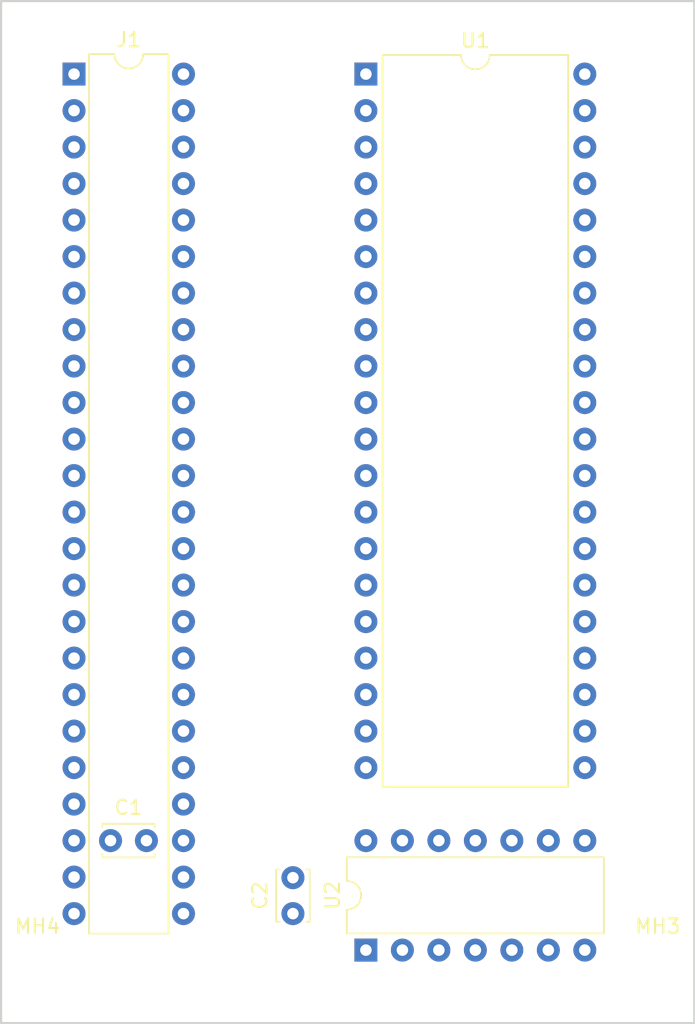
<source format=kicad_pcb>
(kicad_pcb (version 20171130) (host pcbnew 5.1.5+dfsg1-2build2)

  (general
    (thickness 1.6)
    (drawings 4)
    (tracks 0)
    (zones 0)
    (modules 9)
    (nets 53)
  )

  (page A4)
  (layers
    (0 F.Cu signal hide)
    (31 B.Cu signal)
    (32 B.Adhes user)
    (33 F.Adhes user)
    (34 B.Paste user)
    (35 F.Paste user)
    (36 B.SilkS user)
    (37 F.SilkS user)
    (38 B.Mask user)
    (39 F.Mask user)
    (40 Dwgs.User user)
    (41 Cmts.User user)
    (42 Eco1.User user)
    (43 Eco2.User user)
    (44 Edge.Cuts user)
    (45 Margin user)
    (46 B.CrtYd user)
    (47 F.CrtYd user)
    (48 B.Fab user)
    (49 F.Fab user)
  )

  (setup
    (last_trace_width 0.2)
    (user_trace_width 0.2)
    (user_trace_width 0.4)
    (user_trace_width 0.6)
    (user_trace_width 0.8)
    (user_trace_width 1)
    (user_trace_width 1.2)
    (user_trace_width 1.6)
    (user_trace_width 2)
    (trace_clearance 0.2)
    (zone_clearance 0.35)
    (zone_45_only no)
    (trace_min 0.1524)
    (via_size 0.6)
    (via_drill 0.3)
    (via_min_size 0.5)
    (via_min_drill 0.2)
    (user_via 0.9 0.5)
    (user_via 1.2 0.8)
    (user_via 1.4 0.9)
    (user_via 1.5 1)
    (uvia_size 0.3)
    (uvia_drill 0.1)
    (uvias_allowed no)
    (uvia_min_size 0.2)
    (uvia_min_drill 0.1)
    (edge_width 0.15)
    (segment_width 0.2)
    (pcb_text_width 0.3)
    (pcb_text_size 1.5 1.5)
    (mod_edge_width 0.15)
    (mod_text_size 1 1)
    (mod_text_width 0.15)
    (pad_size 3.2 3.2)
    (pad_drill 3.2)
    (pad_to_mask_clearance 0.051)
    (solder_mask_min_width 0.25)
    (aux_axis_origin 101 70)
    (grid_origin 101 70)
    (visible_elements FFFDFF7F)
    (pcbplotparams
      (layerselection 0x010fc_ffffffff)
      (usegerberextensions false)
      (usegerberattributes false)
      (usegerberadvancedattributes false)
      (creategerberjobfile false)
      (excludeedgelayer true)
      (linewidth 0.100000)
      (plotframeref false)
      (viasonmask false)
      (mode 1)
      (useauxorigin false)
      (hpglpennumber 1)
      (hpglpenspeed 20)
      (hpglpendiameter 15.000000)
      (psnegative false)
      (psa4output false)
      (plotreference true)
      (plotvalue true)
      (plotinvisibletext false)
      (padsonsilk false)
      (subtractmaskfromsilk false)
      (outputformat 1)
      (mirror false)
      (drillshape 1)
      (scaleselection 1)
      (outputdirectory ""))
  )

  (net 0 "")
  (net 1 VCC)
  (net 2 GND)
  (net 3 /P53)
  (net 4 "Net-(J1-Pad30)")
  (net 5 "Net-(J1-Pad21)")
  (net 6 /P26)
  (net 7 "Net-(J1-Pad27)")
  (net 8 /P27)
  (net 9 /P47)
  (net 10 /P46)
  (net 11 "Net-(J1-Pad26)")
  (net 12 "Net-(J1-Pad19)")
  (net 13 /P25)
  (net 14 /P24)
  (net 15 /P23)
  (net 16 /P22)
  (net 17 /P21)
  (net 18 /P20)
  (net 19 /P34)
  (net 20 "Net-(J1-Pad10)")
  (net 21 /P35)
  (net 22 /P17)
  (net 23 /P36)
  (net 24 /P16)
  (net 25 "Net-(J1-Pad39)")
  (net 26 /P15)
  (net 27 /P40)
  (net 28 /P14)
  (net 29 /P41)
  (net 30 /P13)
  (net 31 /P42)
  (net 32 /P12)
  (net 33 /P11)
  (net 34 /P10)
  (net 35 "Net-(U2-Pad11)")
  (net 36 "Net-(U2-Pad8)")
  (net 37 /P33)
  (net 38 /P32)
  (net 39 "Net-(U1-Pad38)")
  (net 40 /P31)
  (net 41 /P30)
  (net 42 "Net-(U1-Pad35)")
  (net 43 /P55)
  (net 44 /P43)
  (net 45 /P37)
  (net 46 /P50)
  (net 47 /P52)
  (net 48 /P54)
  (net 49 "Net-(U1-Pad37)")
  (net 50 "Net-(U1-Pad3)")
  (net 51 "Net-(J1-Pad34)")
  (net 52 "Net-(J1-Pad33)")

  (net_class Default "This is the default net class."
    (clearance 0.2)
    (trace_width 0.2)
    (via_dia 0.6)
    (via_drill 0.3)
    (uvia_dia 0.3)
    (uvia_drill 0.1)
    (diff_pair_width 0.2)
    (diff_pair_gap 0.2)
    (add_net /P10)
    (add_net /P11)
    (add_net /P12)
    (add_net /P13)
    (add_net /P14)
    (add_net /P15)
    (add_net /P16)
    (add_net /P17)
    (add_net /P20)
    (add_net /P21)
    (add_net /P22)
    (add_net /P23)
    (add_net /P24)
    (add_net /P25)
    (add_net /P26)
    (add_net /P27)
    (add_net /P30)
    (add_net /P31)
    (add_net /P32)
    (add_net /P33)
    (add_net /P34)
    (add_net /P35)
    (add_net /P36)
    (add_net /P37)
    (add_net /P40)
    (add_net /P41)
    (add_net /P42)
    (add_net /P43)
    (add_net /P46)
    (add_net /P47)
    (add_net /P50)
    (add_net /P52)
    (add_net /P53)
    (add_net /P54)
    (add_net /P55)
    (add_net GND)
    (add_net "Net-(J1-Pad10)")
    (add_net "Net-(J1-Pad19)")
    (add_net "Net-(J1-Pad21)")
    (add_net "Net-(J1-Pad26)")
    (add_net "Net-(J1-Pad27)")
    (add_net "Net-(J1-Pad30)")
    (add_net "Net-(J1-Pad33)")
    (add_net "Net-(J1-Pad34)")
    (add_net "Net-(J1-Pad39)")
    (add_net "Net-(U1-Pad3)")
    (add_net "Net-(U1-Pad35)")
    (add_net "Net-(U1-Pad37)")
    (add_net "Net-(U1-Pad38)")
    (add_net "Net-(U2-Pad11)")
    (add_net "Net-(U2-Pad8)")
    (add_net VCC)
  )

  (module 0-LocalLibrary:DIP-48_W7.62mm (layer F.Cu) (tedit 6198C9C5) (tstamp 619BC642)
    (at 103.54 72.54)
    (descr "48-lead dip package, row spacing 7.62 mm (300 mils)")
    (tags "DIL DIP PDIP 2.54mm 7.62mm 300mill")
    (path /618CC1AA)
    (fp_text reference J1 (at 3.81 -2.39) (layer F.SilkS)
      (effects (font (size 1 1) (thickness 0.15)))
    )
    (fp_text value BionicConnector (at 5.08 60.96) (layer F.Fab)
      (effects (font (size 1 1) (thickness 0.15)))
    )
    (fp_line (start 8.68 60.02) (end 8.68 18.72) (layer F.CrtYd) (width 0.05))
    (fp_line (start 7.365 59.69) (end 0.255 59.69) (layer F.Fab) (width 0.1))
    (fp_line (start 0.255 59.69) (end 0.255 20.05) (layer F.Fab) (width 0.1))
    (fp_line (start -1.1 60.02) (end 8.68 60.02) (layer F.CrtYd) (width 0.05))
    (fp_line (start -1.1 18.72) (end -1.1 60.02) (layer F.CrtYd) (width 0.05))
    (fp_line (start 6.58 59.81) (end 6.58 18.93) (layer F.SilkS) (width 0.12))
    (fp_line (start 1.04 59.81) (end 6.58 59.81) (layer F.SilkS) (width 0.12))
    (fp_line (start 1.04 18.93) (end 1.04 59.81) (layer F.SilkS) (width 0.12))
    (fp_line (start 7.365 19.05) (end 7.365 59.69) (layer F.Fab) (width 0.1))
    (fp_arc (start 3.81 -1.39) (end 2.81 -1.39) (angle -180) (layer F.SilkS) (width 0.12))
    (fp_line (start 8.68 -1.6) (end -1.1 -1.6) (layer F.CrtYd) (width 0.05))
    (fp_line (start 8.68 39.7) (end 8.68 -1.6) (layer F.CrtYd) (width 0.05))
    (fp_line (start -1.1 -1.6) (end -1.1 39.7) (layer F.CrtYd) (width 0.05))
    (fp_line (start 6.58 -1.39) (end 4.81 -1.39) (layer F.SilkS) (width 0.12))
    (fp_line (start 6.58 39.49) (end 6.58 -1.39) (layer F.SilkS) (width 0.12))
    (fp_line (start 1.04 -1.39) (end 1.04 39.49) (layer F.SilkS) (width 0.12))
    (fp_line (start 2.81 -1.39) (end 1.04 -1.39) (layer F.SilkS) (width 0.12))
    (fp_line (start 0.255 -0.27) (end 1.255 -1.27) (layer F.Fab) (width 0.1))
    (fp_line (start 0.255 39.37) (end 0.255 -0.27) (layer F.Fab) (width 0.1))
    (fp_line (start 7.365 -1.27) (end 7.365 39.37) (layer F.Fab) (width 0.1))
    (fp_line (start 1.255 -1.27) (end 7.365 -1.27) (layer F.Fab) (width 0.1))
    (fp_text user %R (at 3.81 19.05) (layer F.Fab)
      (effects (font (size 1 1) (thickness 0.15)))
    )
    (pad 20 thru_hole oval (at 0 48.26) (size 1.6 1.6) (drill 0.8) (layers *.Cu *.Mask)
      (net 46 /P50))
    (pad 24 thru_hole oval (at 0 58.42) (size 1.6 1.6) (drill 0.8) (layers *.Cu *.Mask)
      (net 1 VCC))
    (pad 25 thru_hole oval (at 7.62 58.42) (size 1.6 1.6) (drill 0.8) (layers *.Cu *.Mask)
      (net 1 VCC))
    (pad 23 thru_hole oval (at 0 55.88) (size 1.6 1.6) (drill 0.8) (layers *.Cu *.Mask)
      (net 3 /P53))
    (pad 30 thru_hole oval (at 7.62 45.72) (size 1.6 1.6) (drill 0.8) (layers *.Cu *.Mask)
      (net 4 "Net-(J1-Pad30)"))
    (pad 21 thru_hole oval (at 0 50.8) (size 1.6 1.6) (drill 0.8) (layers *.Cu *.Mask)
      (net 5 "Net-(J1-Pad21)"))
    (pad 17 thru_hole oval (at 0 40.64) (size 1.6 1.6) (drill 0.8) (layers *.Cu *.Mask)
      (net 6 /P26))
    (pad 22 thru_hole oval (at 0 53.34) (size 1.6 1.6) (drill 0.8) (layers *.Cu *.Mask)
      (net 47 /P52))
    (pad 27 thru_hole oval (at 7.62 53.34) (size 1.6 1.6) (drill 0.8) (layers *.Cu *.Mask)
      (net 7 "Net-(J1-Pad27)"))
    (pad 18 thru_hole oval (at 0 43.18) (size 1.6 1.6) (drill 0.8) (layers *.Cu *.Mask)
      (net 8 /P27))
    (pad 31 thru_hole oval (at 7.62 43.18) (size 1.6 1.6) (drill 0.8) (layers *.Cu *.Mask)
      (net 9 /P47))
    (pad 28 thru_hole oval (at 7.62 50.8) (size 1.6 1.6) (drill 0.8) (layers *.Cu *.Mask)
      (net 43 /P55))
    (pad 29 thru_hole oval (at 7.62 48.26) (size 1.6 1.6) (drill 0.8) (layers *.Cu *.Mask)
      (net 48 /P54))
    (pad 32 thru_hole oval (at 7.62 40.64) (size 1.6 1.6) (drill 0.8) (layers *.Cu *.Mask)
      (net 10 /P46))
    (pad 26 thru_hole oval (at 7.62 55.88) (size 1.6 1.6) (drill 0.8) (layers *.Cu *.Mask)
      (net 11 "Net-(J1-Pad26)"))
    (pad 19 thru_hole oval (at 0 45.72) (size 1.6 1.6) (drill 0.8) (layers *.Cu *.Mask)
      (net 12 "Net-(J1-Pad19)"))
    (pad 48 thru_hole oval (at 7.62 0) (size 1.6 1.6) (drill 0.8) (layers *.Cu *.Mask)
      (net 2 GND))
    (pad 16 thru_hole oval (at 0 38.1) (size 1.6 1.6) (drill 0.8) (layers *.Cu *.Mask)
      (net 13 /P25))
    (pad 47 thru_hole oval (at 7.62 2.54) (size 1.6 1.6) (drill 0.8) (layers *.Cu *.Mask)
      (net 41 /P30))
    (pad 15 thru_hole oval (at 0 35.56) (size 1.6 1.6) (drill 0.8) (layers *.Cu *.Mask)
      (net 14 /P24))
    (pad 46 thru_hole oval (at 7.62 5.08) (size 1.6 1.6) (drill 0.8) (layers *.Cu *.Mask)
      (net 40 /P31))
    (pad 14 thru_hole oval (at 0 33.02) (size 1.6 1.6) (drill 0.8) (layers *.Cu *.Mask)
      (net 15 /P23))
    (pad 45 thru_hole oval (at 7.62 7.62) (size 1.6 1.6) (drill 0.8) (layers *.Cu *.Mask)
      (net 38 /P32))
    (pad 13 thru_hole oval (at 0 30.48) (size 1.6 1.6) (drill 0.8) (layers *.Cu *.Mask)
      (net 16 /P22))
    (pad 44 thru_hole oval (at 7.62 10.16) (size 1.6 1.6) (drill 0.8) (layers *.Cu *.Mask)
      (net 37 /P33))
    (pad 12 thru_hole oval (at 0 27.94) (size 1.6 1.6) (drill 0.8) (layers *.Cu *.Mask)
      (net 17 /P21))
    (pad 43 thru_hole oval (at 7.62 12.7) (size 1.6 1.6) (drill 0.8) (layers *.Cu *.Mask)
      (net 19 /P34))
    (pad 11 thru_hole oval (at 0 25.4) (size 1.6 1.6) (drill 0.8) (layers *.Cu *.Mask)
      (net 18 /P20))
    (pad 42 thru_hole oval (at 7.62 15.24) (size 1.6 1.6) (drill 0.8) (layers *.Cu *.Mask)
      (net 21 /P35))
    (pad 10 thru_hole oval (at 0 22.86) (size 1.6 1.6) (drill 0.8) (layers *.Cu *.Mask)
      (net 20 "Net-(J1-Pad10)"))
    (pad 41 thru_hole oval (at 7.62 17.78) (size 1.6 1.6) (drill 0.8) (layers *.Cu *.Mask)
      (net 23 /P36))
    (pad 9 thru_hole oval (at 0 20.32) (size 1.6 1.6) (drill 0.8) (layers *.Cu *.Mask)
      (net 22 /P17))
    (pad 40 thru_hole oval (at 7.62 20.32) (size 1.6 1.6) (drill 0.8) (layers *.Cu *.Mask)
      (net 45 /P37))
    (pad 8 thru_hole oval (at 0 17.78) (size 1.6 1.6) (drill 0.8) (layers *.Cu *.Mask)
      (net 24 /P16))
    (pad 39 thru_hole oval (at 7.62 22.86) (size 1.6 1.6) (drill 0.8) (layers *.Cu *.Mask)
      (net 25 "Net-(J1-Pad39)"))
    (pad 7 thru_hole oval (at 0 15.24) (size 1.6 1.6) (drill 0.8) (layers *.Cu *.Mask)
      (net 26 /P15))
    (pad 38 thru_hole oval (at 7.62 25.4) (size 1.6 1.6) (drill 0.8) (layers *.Cu *.Mask)
      (net 27 /P40))
    (pad 6 thru_hole oval (at 0 12.7) (size 1.6 1.6) (drill 0.8) (layers *.Cu *.Mask)
      (net 28 /P14))
    (pad 37 thru_hole oval (at 7.62 27.94) (size 1.6 1.6) (drill 0.8) (layers *.Cu *.Mask)
      (net 29 /P41))
    (pad 5 thru_hole oval (at 0 10.16) (size 1.6 1.6) (drill 0.8) (layers *.Cu *.Mask)
      (net 30 /P13))
    (pad 36 thru_hole oval (at 7.62 30.48) (size 1.6 1.6) (drill 0.8) (layers *.Cu *.Mask)
      (net 31 /P42))
    (pad 4 thru_hole oval (at 0 7.62) (size 1.6 1.6) (drill 0.8) (layers *.Cu *.Mask)
      (net 32 /P12))
    (pad 35 thru_hole oval (at 7.62 33.02) (size 1.6 1.6) (drill 0.8) (layers *.Cu *.Mask)
      (net 44 /P43))
    (pad 3 thru_hole oval (at 0 5.08) (size 1.6 1.6) (drill 0.8) (layers *.Cu *.Mask)
      (net 33 /P11))
    (pad 34 thru_hole oval (at 7.62 35.56) (size 1.6 1.6) (drill 0.8) (layers *.Cu *.Mask)
      (net 51 "Net-(J1-Pad34)"))
    (pad 2 thru_hole oval (at 0 2.54) (size 1.6 1.6) (drill 0.8) (layers *.Cu *.Mask)
      (net 34 /P10))
    (pad 33 thru_hole oval (at 7.62 38.1) (size 1.6 1.6) (drill 0.8) (layers *.Cu *.Mask)
      (net 52 "Net-(J1-Pad33)"))
    (pad 1 thru_hole rect (at 0 0) (size 1.6 1.6) (drill 0.8) (layers *.Cu *.Mask)
      (net 2 GND))
    (model ${KISYS3DMOD}/Package_DIP.3dshapes/DIP-32_W7.62mm.wrl
      (at (xyz 0 0 0))
      (scale (xyz 1 1 1))
      (rotate (xyz 0 0 0))
    )
  )

  (module Package_DIP:DIP-40_W15.24mm (layer F.Cu) (tedit 5A02E8C5) (tstamp 618DDAA2)
    (at 123.86 72.54)
    (descr "40-lead though-hole mounted DIP package, row spacing 15.24 mm (600 mils)")
    (tags "THT DIP DIL PDIP 2.54mm 15.24mm 600mil")
    (path /618F32D1)
    (fp_text reference U1 (at 7.62 -2.33) (layer F.SilkS)
      (effects (font (size 1 1) (thickness 0.15)))
    )
    (fp_text value MC6800P (at 7.62 50.59) (layer F.Fab)
      (effects (font (size 1 1) (thickness 0.15)))
    )
    (fp_text user %R (at 7.62 24.13) (layer F.Fab)
      (effects (font (size 1 1) (thickness 0.15)))
    )
    (fp_line (start 16.3 -1.55) (end -1.05 -1.55) (layer F.CrtYd) (width 0.05))
    (fp_line (start 16.3 49.8) (end 16.3 -1.55) (layer F.CrtYd) (width 0.05))
    (fp_line (start -1.05 49.8) (end 16.3 49.8) (layer F.CrtYd) (width 0.05))
    (fp_line (start -1.05 -1.55) (end -1.05 49.8) (layer F.CrtYd) (width 0.05))
    (fp_line (start 14.08 -1.33) (end 8.62 -1.33) (layer F.SilkS) (width 0.12))
    (fp_line (start 14.08 49.59) (end 14.08 -1.33) (layer F.SilkS) (width 0.12))
    (fp_line (start 1.16 49.59) (end 14.08 49.59) (layer F.SilkS) (width 0.12))
    (fp_line (start 1.16 -1.33) (end 1.16 49.59) (layer F.SilkS) (width 0.12))
    (fp_line (start 6.62 -1.33) (end 1.16 -1.33) (layer F.SilkS) (width 0.12))
    (fp_line (start 0.255 -0.27) (end 1.255 -1.27) (layer F.Fab) (width 0.1))
    (fp_line (start 0.255 49.53) (end 0.255 -0.27) (layer F.Fab) (width 0.1))
    (fp_line (start 14.985 49.53) (end 0.255 49.53) (layer F.Fab) (width 0.1))
    (fp_line (start 14.985 -1.27) (end 14.985 49.53) (layer F.Fab) (width 0.1))
    (fp_line (start 1.255 -1.27) (end 14.985 -1.27) (layer F.Fab) (width 0.1))
    (fp_arc (start 7.62 -1.33) (end 6.62 -1.33) (angle -180) (layer F.SilkS) (width 0.12))
    (pad 40 thru_hole oval (at 15.24 0) (size 1.6 1.6) (drill 0.8) (layers *.Cu *.Mask)
      (net 3 /P53))
    (pad 20 thru_hole oval (at 0 48.26) (size 1.6 1.6) (drill 0.8) (layers *.Cu *.Mask)
      (net 37 /P33))
    (pad 39 thru_hole oval (at 15.24 2.54) (size 1.6 1.6) (drill 0.8) (layers *.Cu *.Mask)
      (net 48 /P54))
    (pad 19 thru_hole oval (at 0 45.72) (size 1.6 1.6) (drill 0.8) (layers *.Cu *.Mask)
      (net 38 /P32))
    (pad 38 thru_hole oval (at 15.24 5.08) (size 1.6 1.6) (drill 0.8) (layers *.Cu *.Mask)
      (net 39 "Net-(U1-Pad38)"))
    (pad 18 thru_hole oval (at 0 43.18) (size 1.6 1.6) (drill 0.8) (layers *.Cu *.Mask)
      (net 40 /P31))
    (pad 37 thru_hole oval (at 15.24 7.62) (size 1.6 1.6) (drill 0.8) (layers *.Cu *.Mask)
      (net 49 "Net-(U1-Pad37)"))
    (pad 17 thru_hole oval (at 0 40.64) (size 1.6 1.6) (drill 0.8) (layers *.Cu *.Mask)
      (net 41 /P30))
    (pad 36 thru_hole oval (at 15.24 10.16) (size 1.6 1.6) (drill 0.8) (layers *.Cu *.Mask)
      (net 47 /P52))
    (pad 16 thru_hole oval (at 0 38.1) (size 1.6 1.6) (drill 0.8) (layers *.Cu *.Mask)
      (net 8 /P27))
    (pad 35 thru_hole oval (at 15.24 12.7) (size 1.6 1.6) (drill 0.8) (layers *.Cu *.Mask)
      (net 42 "Net-(U1-Pad35)"))
    (pad 15 thru_hole oval (at 0 35.56) (size 1.6 1.6) (drill 0.8) (layers *.Cu *.Mask)
      (net 6 /P26))
    (pad 34 thru_hole oval (at 15.24 15.24) (size 1.6 1.6) (drill 0.8) (layers *.Cu *.Mask)
      (net 29 /P41))
    (pad 14 thru_hole oval (at 0 33.02) (size 1.6 1.6) (drill 0.8) (layers *.Cu *.Mask)
      (net 13 /P25))
    (pad 33 thru_hole oval (at 15.24 17.78) (size 1.6 1.6) (drill 0.8) (layers *.Cu *.Mask)
      (net 34 /P10))
    (pad 13 thru_hole oval (at 0 30.48) (size 1.6 1.6) (drill 0.8) (layers *.Cu *.Mask)
      (net 14 /P24))
    (pad 32 thru_hole oval (at 15.24 20.32) (size 1.6 1.6) (drill 0.8) (layers *.Cu *.Mask)
      (net 33 /P11))
    (pad 12 thru_hole oval (at 0 27.94) (size 1.6 1.6) (drill 0.8) (layers *.Cu *.Mask)
      (net 15 /P23))
    (pad 31 thru_hole oval (at 15.24 22.86) (size 1.6 1.6) (drill 0.8) (layers *.Cu *.Mask)
      (net 32 /P12))
    (pad 11 thru_hole oval (at 0 25.4) (size 1.6 1.6) (drill 0.8) (layers *.Cu *.Mask)
      (net 16 /P22))
    (pad 30 thru_hole oval (at 15.24 25.4) (size 1.6 1.6) (drill 0.8) (layers *.Cu *.Mask)
      (net 30 /P13))
    (pad 10 thru_hole oval (at 0 22.86) (size 1.6 1.6) (drill 0.8) (layers *.Cu *.Mask)
      (net 17 /P21))
    (pad 29 thru_hole oval (at 15.24 27.94) (size 1.6 1.6) (drill 0.8) (layers *.Cu *.Mask)
      (net 28 /P14))
    (pad 9 thru_hole oval (at 0 20.32) (size 1.6 1.6) (drill 0.8) (layers *.Cu *.Mask)
      (net 18 /P20))
    (pad 28 thru_hole oval (at 15.24 30.48) (size 1.6 1.6) (drill 0.8) (layers *.Cu *.Mask)
      (net 26 /P15))
    (pad 8 thru_hole oval (at 0 17.78) (size 1.6 1.6) (drill 0.8) (layers *.Cu *.Mask)
      (net 1 VCC))
    (pad 27 thru_hole oval (at 15.24 33.02) (size 1.6 1.6) (drill 0.8) (layers *.Cu *.Mask)
      (net 24 /P16))
    (pad 7 thru_hole oval (at 0 15.24) (size 1.6 1.6) (drill 0.8) (layers *.Cu *.Mask)
      (net 43 /P55))
    (pad 26 thru_hole oval (at 15.24 35.56) (size 1.6 1.6) (drill 0.8) (layers *.Cu *.Mask)
      (net 22 /P17))
    (pad 6 thru_hole oval (at 0 12.7) (size 1.6 1.6) (drill 0.8) (layers *.Cu *.Mask)
      (net 44 /P43))
    (pad 25 thru_hole oval (at 15.24 38.1) (size 1.6 1.6) (drill 0.8) (layers *.Cu *.Mask)
      (net 45 /P37))
    (pad 5 thru_hole oval (at 0 10.16) (size 1.6 1.6) (drill 0.8) (layers *.Cu *.Mask)
      (net 46 /P50))
    (pad 24 thru_hole oval (at 15.24 40.64) (size 1.6 1.6) (drill 0.8) (layers *.Cu *.Mask)
      (net 23 /P36))
    (pad 4 thru_hole oval (at 0 7.62) (size 1.6 1.6) (drill 0.8) (layers *.Cu *.Mask)
      (net 31 /P42))
    (pad 23 thru_hole oval (at 15.24 43.18) (size 1.6 1.6) (drill 0.8) (layers *.Cu *.Mask)
      (net 21 /P35))
    (pad 3 thru_hole oval (at 0 5.08) (size 1.6 1.6) (drill 0.8) (layers *.Cu *.Mask)
      (net 50 "Net-(U1-Pad3)"))
    (pad 22 thru_hole oval (at 15.24 45.72) (size 1.6 1.6) (drill 0.8) (layers *.Cu *.Mask)
      (net 19 /P34))
    (pad 2 thru_hole oval (at 0 2.54) (size 1.6 1.6) (drill 0.8) (layers *.Cu *.Mask)
      (net 27 /P40))
    (pad 21 thru_hole oval (at 15.24 48.26) (size 1.6 1.6) (drill 0.8) (layers *.Cu *.Mask)
      (net 2 GND))
    (pad 1 thru_hole rect (at 0 0) (size 1.6 1.6) (drill 0.8) (layers *.Cu *.Mask)
      (net 2 GND))
    (model ${KISYS3DMOD}/Package_DIP.3dshapes/DIP-40_W15.24mm.wrl
      (at (xyz 0 0 0))
      (scale (xyz 1 1 1))
      (rotate (xyz 0 0 0))
    )
  )

  (module Package_DIP:DIP-14_W7.62mm (layer F.Cu) (tedit 5A02E8C5) (tstamp 618C299E)
    (at 123.86 133.5 90)
    (descr "14-lead though-hole mounted DIP package, row spacing 7.62 mm (300 mils)")
    (tags "THT DIP DIL PDIP 2.54mm 7.62mm 300mil")
    (path /618CE644)
    (fp_text reference U2 (at 3.81 -2.33 90) (layer F.SilkS)
      (effects (font (size 1 1) (thickness 0.15)))
    )
    (fp_text value 74HCT126 (at 3.81 17.57 90) (layer F.Fab)
      (effects (font (size 1 1) (thickness 0.15)))
    )
    (fp_text user %R (at 3.81 7.62 90) (layer F.Fab)
      (effects (font (size 1 1) (thickness 0.15)))
    )
    (fp_line (start 8.7 -1.55) (end -1.1 -1.55) (layer F.CrtYd) (width 0.05))
    (fp_line (start 8.7 16.8) (end 8.7 -1.55) (layer F.CrtYd) (width 0.05))
    (fp_line (start -1.1 16.8) (end 8.7 16.8) (layer F.CrtYd) (width 0.05))
    (fp_line (start -1.1 -1.55) (end -1.1 16.8) (layer F.CrtYd) (width 0.05))
    (fp_line (start 6.46 -1.33) (end 4.81 -1.33) (layer F.SilkS) (width 0.12))
    (fp_line (start 6.46 16.57) (end 6.46 -1.33) (layer F.SilkS) (width 0.12))
    (fp_line (start 1.16 16.57) (end 6.46 16.57) (layer F.SilkS) (width 0.12))
    (fp_line (start 1.16 -1.33) (end 1.16 16.57) (layer F.SilkS) (width 0.12))
    (fp_line (start 2.81 -1.33) (end 1.16 -1.33) (layer F.SilkS) (width 0.12))
    (fp_line (start 0.635 -0.27) (end 1.635 -1.27) (layer F.Fab) (width 0.1))
    (fp_line (start 0.635 16.51) (end 0.635 -0.27) (layer F.Fab) (width 0.1))
    (fp_line (start 6.985 16.51) (end 0.635 16.51) (layer F.Fab) (width 0.1))
    (fp_line (start 6.985 -1.27) (end 6.985 16.51) (layer F.Fab) (width 0.1))
    (fp_line (start 1.635 -1.27) (end 6.985 -1.27) (layer F.Fab) (width 0.1))
    (fp_arc (start 3.81 -1.33) (end 2.81 -1.33) (angle -180) (layer F.SilkS) (width 0.12))
    (pad 14 thru_hole oval (at 7.62 0 90) (size 1.6 1.6) (drill 0.8) (layers *.Cu *.Mask)
      (net 1 VCC))
    (pad 7 thru_hole oval (at 0 15.24 90) (size 1.6 1.6) (drill 0.8) (layers *.Cu *.Mask)
      (net 2 GND))
    (pad 13 thru_hole oval (at 7.62 2.54 90) (size 1.6 1.6) (drill 0.8) (layers *.Cu *.Mask)
      (net 2 GND))
    (pad 6 thru_hole oval (at 0 12.7 90) (size 1.6 1.6) (drill 0.8) (layers *.Cu *.Mask)
      (net 49 "Net-(U1-Pad37)"))
    (pad 12 thru_hole oval (at 7.62 5.08 90) (size 1.6 1.6) (drill 0.8) (layers *.Cu *.Mask)
      (net 2 GND))
    (pad 5 thru_hole oval (at 0 10.16 90) (size 1.6 1.6) (drill 0.8) (layers *.Cu *.Mask)
      (net 9 /P47))
    (pad 11 thru_hole oval (at 7.62 7.62 90) (size 1.6 1.6) (drill 0.8) (layers *.Cu *.Mask)
      (net 35 "Net-(U2-Pad11)"))
    (pad 4 thru_hole oval (at 0 7.62 90) (size 1.6 1.6) (drill 0.8) (layers *.Cu *.Mask)
      (net 1 VCC))
    (pad 10 thru_hole oval (at 7.62 10.16 90) (size 1.6 1.6) (drill 0.8) (layers *.Cu *.Mask)
      (net 2 GND))
    (pad 3 thru_hole oval (at 0 5.08 90) (size 1.6 1.6) (drill 0.8) (layers *.Cu *.Mask)
      (net 50 "Net-(U1-Pad3)"))
    (pad 9 thru_hole oval (at 7.62 12.7 90) (size 1.6 1.6) (drill 0.8) (layers *.Cu *.Mask)
      (net 2 GND))
    (pad 2 thru_hole oval (at 0 2.54 90) (size 1.6 1.6) (drill 0.8) (layers *.Cu *.Mask)
      (net 10 /P46))
    (pad 8 thru_hole oval (at 7.62 15.24 90) (size 1.6 1.6) (drill 0.8) (layers *.Cu *.Mask)
      (net 36 "Net-(U2-Pad8)"))
    (pad 1 thru_hole rect (at 0 0 90) (size 1.6 1.6) (drill 0.8) (layers *.Cu *.Mask)
      (net 1 VCC))
    (model ${KISYS3DMOD}/Package_DIP.3dshapes/DIP-14_W7.62mm.wrl
      (at (xyz 0 0 0))
      (scale (xyz 1 1 1))
      (rotate (xyz 0 0 0))
    )
  )

  (module Capacitor_THT:C_Disc_D3.4mm_W2.1mm_P2.50mm (layer F.Cu) (tedit 5AE50EF0) (tstamp 618AAA0C)
    (at 118.78 130.96 90)
    (descr "C, Disc series, Radial, pin pitch=2.50mm, , diameter*width=3.4*2.1mm^2, Capacitor, http://www.vishay.com/docs/45233/krseries.pdf")
    (tags "C Disc series Radial pin pitch 2.50mm  diameter 3.4mm width 2.1mm Capacitor")
    (path /5D0E12B4)
    (fp_text reference C2 (at 1.25 -2.3 90) (layer F.SilkS)
      (effects (font (size 1 1) (thickness 0.15)))
    )
    (fp_text value 0.1u (at 1.25 2.3 90) (layer F.Fab)
      (effects (font (size 1 1) (thickness 0.15)))
    )
    (fp_text user %R (at 1.25 0 90) (layer F.Fab)
      (effects (font (size 0.68 0.68) (thickness 0.102)))
    )
    (fp_line (start 3.55 -1.3) (end -1.05 -1.3) (layer F.CrtYd) (width 0.05))
    (fp_line (start 3.55 1.3) (end 3.55 -1.3) (layer F.CrtYd) (width 0.05))
    (fp_line (start -1.05 1.3) (end 3.55 1.3) (layer F.CrtYd) (width 0.05))
    (fp_line (start -1.05 -1.3) (end -1.05 1.3) (layer F.CrtYd) (width 0.05))
    (fp_line (start 3.07 0.925) (end 3.07 1.17) (layer F.SilkS) (width 0.12))
    (fp_line (start 3.07 -1.17) (end 3.07 -0.925) (layer F.SilkS) (width 0.12))
    (fp_line (start -0.57 0.925) (end -0.57 1.17) (layer F.SilkS) (width 0.12))
    (fp_line (start -0.57 -1.17) (end -0.57 -0.925) (layer F.SilkS) (width 0.12))
    (fp_line (start -0.57 1.17) (end 3.07 1.17) (layer F.SilkS) (width 0.12))
    (fp_line (start -0.57 -1.17) (end 3.07 -1.17) (layer F.SilkS) (width 0.12))
    (fp_line (start 2.95 -1.05) (end -0.45 -1.05) (layer F.Fab) (width 0.1))
    (fp_line (start 2.95 1.05) (end 2.95 -1.05) (layer F.Fab) (width 0.1))
    (fp_line (start -0.45 1.05) (end 2.95 1.05) (layer F.Fab) (width 0.1))
    (fp_line (start -0.45 -1.05) (end -0.45 1.05) (layer F.Fab) (width 0.1))
    (pad 2 thru_hole circle (at 2.5 0 90) (size 1.6 1.6) (drill 0.8) (layers *.Cu *.Mask)
      (net 2 GND))
    (pad 1 thru_hole circle (at 0 0 90) (size 1.6 1.6) (drill 0.8) (layers *.Cu *.Mask)
      (net 1 VCC))
    (model ${KISYS3DMOD}/Capacitor_THT.3dshapes/C_Disc_D3.4mm_W2.1mm_P2.50mm.wrl
      (at (xyz 0 0 0))
      (scale (xyz 1 1 1))
      (rotate (xyz 0 0 0))
    )
  )

  (module Capacitor_THT:C_Disc_D3.4mm_W2.1mm_P2.50mm (layer F.Cu) (tedit 5AE50EF0) (tstamp 618AAC4D)
    (at 106.08 125.88)
    (descr "C, Disc series, Radial, pin pitch=2.50mm, , diameter*width=3.4*2.1mm^2, Capacitor, http://www.vishay.com/docs/45233/krseries.pdf")
    (tags "C Disc series Radial pin pitch 2.50mm  diameter 3.4mm width 2.1mm Capacitor")
    (path /618D4C16)
    (fp_text reference C1 (at 1.25 -2.3) (layer F.SilkS)
      (effects (font (size 1 1) (thickness 0.15)))
    )
    (fp_text value 0.1u (at 1.25 2.3) (layer F.Fab)
      (effects (font (size 1 1) (thickness 0.15)))
    )
    (fp_text user %R (at 1.25 0) (layer F.Fab)
      (effects (font (size 0.68 0.68) (thickness 0.102)))
    )
    (fp_line (start 3.55 -1.3) (end -1.05 -1.3) (layer F.CrtYd) (width 0.05))
    (fp_line (start 3.55 1.3) (end 3.55 -1.3) (layer F.CrtYd) (width 0.05))
    (fp_line (start -1.05 1.3) (end 3.55 1.3) (layer F.CrtYd) (width 0.05))
    (fp_line (start -1.05 -1.3) (end -1.05 1.3) (layer F.CrtYd) (width 0.05))
    (fp_line (start 3.07 0.925) (end 3.07 1.17) (layer F.SilkS) (width 0.12))
    (fp_line (start 3.07 -1.17) (end 3.07 -0.925) (layer F.SilkS) (width 0.12))
    (fp_line (start -0.57 0.925) (end -0.57 1.17) (layer F.SilkS) (width 0.12))
    (fp_line (start -0.57 -1.17) (end -0.57 -0.925) (layer F.SilkS) (width 0.12))
    (fp_line (start -0.57 1.17) (end 3.07 1.17) (layer F.SilkS) (width 0.12))
    (fp_line (start -0.57 -1.17) (end 3.07 -1.17) (layer F.SilkS) (width 0.12))
    (fp_line (start 2.95 -1.05) (end -0.45 -1.05) (layer F.Fab) (width 0.1))
    (fp_line (start 2.95 1.05) (end 2.95 -1.05) (layer F.Fab) (width 0.1))
    (fp_line (start -0.45 1.05) (end 2.95 1.05) (layer F.Fab) (width 0.1))
    (fp_line (start -0.45 -1.05) (end -0.45 1.05) (layer F.Fab) (width 0.1))
    (pad 2 thru_hole circle (at 2.5 0) (size 1.6 1.6) (drill 0.8) (layers *.Cu *.Mask)
      (net 2 GND))
    (pad 1 thru_hole circle (at 0 0) (size 1.6 1.6) (drill 0.8) (layers *.Cu *.Mask)
      (net 1 VCC))
    (model ${KISYS3DMOD}/Capacitor_THT.3dshapes/C_Disc_D3.4mm_W2.1mm_P2.50mm.wrl
      (at (xyz 0 0 0))
      (scale (xyz 1 1 1))
      (rotate (xyz 0 0 0))
    )
  )

  (module MountingHole:MountingHole_3.2mm_M3 (layer F.Cu) (tedit 56D1B4CB) (tstamp 618AA90D)
    (at 101 136.04)
    (descr "Mounting Hole 3.2mm, no annular, M3")
    (tags "mounting hole 3.2mm no annular m3")
    (attr virtual)
    (fp_text reference MH4 (at 0 -4.2) (layer F.SilkS)
      (effects (font (size 1 1) (thickness 0.15)))
    )
    (fp_text value MountingHole_3.2mm_M3 (at 0 4.2) (layer F.Fab)
      (effects (font (size 1 1) (thickness 0.15)))
    )
    (fp_circle (center 0 0) (end 3.45 0) (layer F.CrtYd) (width 0.05))
    (fp_circle (center 0 0) (end 3.2 0) (layer Cmts.User) (width 0.15))
    (fp_text user %R (at 0.3 0) (layer F.Fab)
      (effects (font (size 1 1) (thickness 0.15)))
    )
    (pad 1 np_thru_hole circle (at 0 0) (size 3.2 3.2) (drill 3.2) (layers *.Cu *.Mask))
  )

  (module MountingHole:MountingHole_3.2mm_M3 (layer F.Cu) (tedit 56D1B4CB) (tstamp 618AA8EF)
    (at 144.18 136.04)
    (descr "Mounting Hole 3.2mm, no annular, M3")
    (tags "mounting hole 3.2mm no annular m3")
    (attr virtual)
    (fp_text reference MH3 (at 0 -4.2) (layer F.SilkS)
      (effects (font (size 1 1) (thickness 0.15)))
    )
    (fp_text value MountingHole_3.2mm_M3 (at 0 4.2) (layer F.Fab)
      (effects (font (size 1 1) (thickness 0.15)))
    )
    (fp_circle (center 0 0) (end 3.45 0) (layer F.CrtYd) (width 0.05))
    (fp_circle (center 0 0) (end 3.2 0) (layer Cmts.User) (width 0.15))
    (fp_text user %R (at 0.3 0) (layer F.Fab)
      (effects (font (size 1 1) (thickness 0.15)))
    )
    (pad 1 np_thru_hole circle (at 0 0) (size 3.2 3.2) (drill 3.2) (layers *.Cu *.Mask))
  )

  (module MountingHole:MountingHole_3.2mm_M3 (layer F.Cu) (tedit 56D1B4CB) (tstamp 618AA8C0)
    (at 144.18 70)
    (descr "Mounting Hole 3.2mm, no annular, M3")
    (tags "mounting hole 3.2mm no annular m3")
    (attr virtual)
    (fp_text reference MH2 (at 0 -4.2) (layer F.SilkS)
      (effects (font (size 1 1) (thickness 0.15)))
    )
    (fp_text value MountingHole_3.2mm_M3 (at 0 4.2) (layer F.Fab)
      (effects (font (size 1 1) (thickness 0.15)))
    )
    (fp_circle (center 0 0) (end 3.45 0) (layer F.CrtYd) (width 0.05))
    (fp_circle (center 0 0) (end 3.2 0) (layer Cmts.User) (width 0.15))
    (fp_text user %R (at 0.3 0) (layer F.Fab)
      (effects (font (size 1 1) (thickness 0.15)))
    )
    (pad 1 np_thru_hole circle (at 0 0) (size 3.2 3.2) (drill 3.2) (layers *.Cu *.Mask))
  )

  (module MountingHole:MountingHole_3.2mm_M3 (layer F.Cu) (tedit 618A6455) (tstamp 618AA897)
    (at 101 70)
    (descr "Mounting Hole 3.2mm, no annular, M3")
    (tags "mounting hole 3.2mm no annular m3")
    (attr virtual)
    (fp_text reference MH1 (at 0 -4.2) (layer F.SilkS)
      (effects (font (size 1 1) (thickness 0.15)))
    )
    (fp_text value MountingHole_3.2mm_M3 (at 0 4.2) (layer F.Fab)
      (effects (font (size 1 1) (thickness 0.15)))
    )
    (fp_circle (center 0 0) (end 3.45 0) (layer F.CrtYd) (width 0.05))
    (fp_circle (center 0 0) (end 3.2 0) (layer Cmts.User) (width 0.15))
    (fp_text user %R (at 0.3 0) (layer F.Fab)
      (effects (font (size 1 1) (thickness 0.15)))
    )
    (pad "" np_thru_hole circle (at 0 0) (size 3.2 3.2) (drill 3.2) (layers *.Cu *.Mask))
  )

  (gr_line (start 98.46 138.58) (end 98.46 67.46) (layer Edge.Cuts) (width 0.15) (tstamp 618AA84D))
  (gr_line (start 146.72 138.58) (end 98.46 138.58) (layer Edge.Cuts) (width 0.15))
  (gr_line (start 146.72 67.46) (end 146.72 138.58) (layer Edge.Cuts) (width 0.15))
  (gr_line (start 98.46 67.46) (end 146.72 67.46) (layer Edge.Cuts) (width 0.15))

)

</source>
